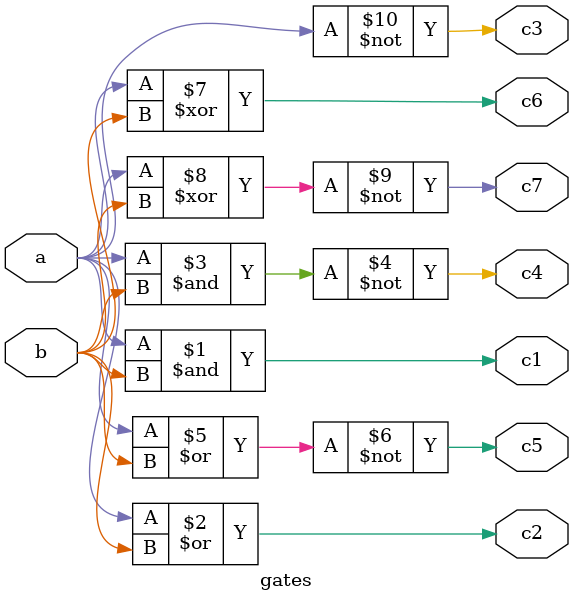
<source format=v>

module gates(a, b, c1, c2, c3, c4, c5, c6, c7);
  input a, b;
  output c1, c2, c3, c4, c5, c6, c7;

  // logical AND
  and AND(c1, a, b);
  or OR(c2, a, b);
  not NOT(c3, a);
  nand NAND(c4, a, b);
  nor NOR(c5, a, b);
  xor XOR(c6, a, b);
  xnor XNOR(c7, a, b);

endmodule


</source>
